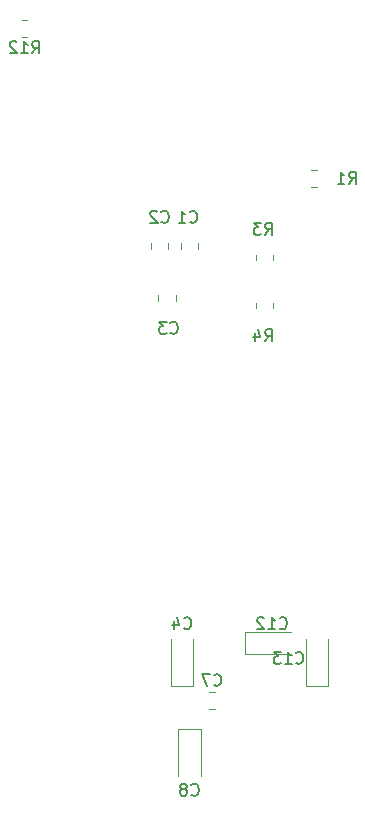
<source format=gbr>
%TF.GenerationSoftware,KiCad,Pcbnew,9.0.2+1*%
%TF.CreationDate,2025-07-26T23:55:51+01:00*%
%TF.ProjectId,ICE40HXDevBoardVGA,49434534-3048-4584-9465-76426f617264,rev?*%
%TF.SameCoordinates,Original*%
%TF.FileFunction,Legend,Bot*%
%TF.FilePolarity,Positive*%
%FSLAX46Y46*%
G04 Gerber Fmt 4.6, Leading zero omitted, Abs format (unit mm)*
G04 Created by KiCad (PCBNEW 9.0.2+1) date 2025-07-26 23:55:51*
%MOMM*%
%LPD*%
G01*
G04 APERTURE LIST*
%ADD10C,0.150000*%
%ADD11C,0.120000*%
G04 APERTURE END LIST*
D10*
X103036666Y-132410580D02*
X103084285Y-132458200D01*
X103084285Y-132458200D02*
X103227142Y-132505819D01*
X103227142Y-132505819D02*
X103322380Y-132505819D01*
X103322380Y-132505819D02*
X103465237Y-132458200D01*
X103465237Y-132458200D02*
X103560475Y-132362961D01*
X103560475Y-132362961D02*
X103608094Y-132267723D01*
X103608094Y-132267723D02*
X103655713Y-132077247D01*
X103655713Y-132077247D02*
X103655713Y-131934390D01*
X103655713Y-131934390D02*
X103608094Y-131743914D01*
X103608094Y-131743914D02*
X103560475Y-131648676D01*
X103560475Y-131648676D02*
X103465237Y-131553438D01*
X103465237Y-131553438D02*
X103322380Y-131505819D01*
X103322380Y-131505819D02*
X103227142Y-131505819D01*
X103227142Y-131505819D02*
X103084285Y-131553438D01*
X103084285Y-131553438D02*
X103036666Y-131601057D01*
X102703332Y-131505819D02*
X102036666Y-131505819D01*
X102036666Y-131505819D02*
X102465237Y-132505819D01*
X108592857Y-127613580D02*
X108640476Y-127661200D01*
X108640476Y-127661200D02*
X108783333Y-127708819D01*
X108783333Y-127708819D02*
X108878571Y-127708819D01*
X108878571Y-127708819D02*
X109021428Y-127661200D01*
X109021428Y-127661200D02*
X109116666Y-127565961D01*
X109116666Y-127565961D02*
X109164285Y-127470723D01*
X109164285Y-127470723D02*
X109211904Y-127280247D01*
X109211904Y-127280247D02*
X109211904Y-127137390D01*
X109211904Y-127137390D02*
X109164285Y-126946914D01*
X109164285Y-126946914D02*
X109116666Y-126851676D01*
X109116666Y-126851676D02*
X109021428Y-126756438D01*
X109021428Y-126756438D02*
X108878571Y-126708819D01*
X108878571Y-126708819D02*
X108783333Y-126708819D01*
X108783333Y-126708819D02*
X108640476Y-126756438D01*
X108640476Y-126756438D02*
X108592857Y-126804057D01*
X107640476Y-127708819D02*
X108211904Y-127708819D01*
X107926190Y-127708819D02*
X107926190Y-126708819D01*
X107926190Y-126708819D02*
X108021428Y-126851676D01*
X108021428Y-126851676D02*
X108116666Y-126946914D01*
X108116666Y-126946914D02*
X108211904Y-126994533D01*
X107259523Y-126804057D02*
X107211904Y-126756438D01*
X107211904Y-126756438D02*
X107116666Y-126708819D01*
X107116666Y-126708819D02*
X106878571Y-126708819D01*
X106878571Y-126708819D02*
X106783333Y-126756438D01*
X106783333Y-126756438D02*
X106735714Y-126804057D01*
X106735714Y-126804057D02*
X106688095Y-126899295D01*
X106688095Y-126899295D02*
X106688095Y-126994533D01*
X106688095Y-126994533D02*
X106735714Y-127137390D01*
X106735714Y-127137390D02*
X107307142Y-127708819D01*
X107307142Y-127708819D02*
X106688095Y-127708819D01*
X107354666Y-103324819D02*
X107687999Y-102848628D01*
X107926094Y-103324819D02*
X107926094Y-102324819D01*
X107926094Y-102324819D02*
X107545142Y-102324819D01*
X107545142Y-102324819D02*
X107449904Y-102372438D01*
X107449904Y-102372438D02*
X107402285Y-102420057D01*
X107402285Y-102420057D02*
X107354666Y-102515295D01*
X107354666Y-102515295D02*
X107354666Y-102658152D01*
X107354666Y-102658152D02*
X107402285Y-102753390D01*
X107402285Y-102753390D02*
X107449904Y-102801009D01*
X107449904Y-102801009D02*
X107545142Y-102848628D01*
X107545142Y-102848628D02*
X107926094Y-102848628D01*
X106497523Y-102658152D02*
X106497523Y-103324819D01*
X106735618Y-102277200D02*
X106973713Y-102991485D01*
X106973713Y-102991485D02*
X106354666Y-102991485D01*
X98591666Y-93196580D02*
X98639285Y-93244200D01*
X98639285Y-93244200D02*
X98782142Y-93291819D01*
X98782142Y-93291819D02*
X98877380Y-93291819D01*
X98877380Y-93291819D02*
X99020237Y-93244200D01*
X99020237Y-93244200D02*
X99115475Y-93148961D01*
X99115475Y-93148961D02*
X99163094Y-93053723D01*
X99163094Y-93053723D02*
X99210713Y-92863247D01*
X99210713Y-92863247D02*
X99210713Y-92720390D01*
X99210713Y-92720390D02*
X99163094Y-92529914D01*
X99163094Y-92529914D02*
X99115475Y-92434676D01*
X99115475Y-92434676D02*
X99020237Y-92339438D01*
X99020237Y-92339438D02*
X98877380Y-92291819D01*
X98877380Y-92291819D02*
X98782142Y-92291819D01*
X98782142Y-92291819D02*
X98639285Y-92339438D01*
X98639285Y-92339438D02*
X98591666Y-92387057D01*
X98210713Y-92387057D02*
X98163094Y-92339438D01*
X98163094Y-92339438D02*
X98067856Y-92291819D01*
X98067856Y-92291819D02*
X97829761Y-92291819D01*
X97829761Y-92291819D02*
X97734523Y-92339438D01*
X97734523Y-92339438D02*
X97686904Y-92387057D01*
X97686904Y-92387057D02*
X97639285Y-92482295D01*
X97639285Y-92482295D02*
X97639285Y-92577533D01*
X97639285Y-92577533D02*
X97686904Y-92720390D01*
X97686904Y-92720390D02*
X98258332Y-93291819D01*
X98258332Y-93291819D02*
X97639285Y-93291819D01*
X87637857Y-78939819D02*
X87971190Y-78463628D01*
X88209285Y-78939819D02*
X88209285Y-77939819D01*
X88209285Y-77939819D02*
X87828333Y-77939819D01*
X87828333Y-77939819D02*
X87733095Y-77987438D01*
X87733095Y-77987438D02*
X87685476Y-78035057D01*
X87685476Y-78035057D02*
X87637857Y-78130295D01*
X87637857Y-78130295D02*
X87637857Y-78273152D01*
X87637857Y-78273152D02*
X87685476Y-78368390D01*
X87685476Y-78368390D02*
X87733095Y-78416009D01*
X87733095Y-78416009D02*
X87828333Y-78463628D01*
X87828333Y-78463628D02*
X88209285Y-78463628D01*
X86685476Y-78939819D02*
X87256904Y-78939819D01*
X86971190Y-78939819D02*
X86971190Y-77939819D01*
X86971190Y-77939819D02*
X87066428Y-78082676D01*
X87066428Y-78082676D02*
X87161666Y-78177914D01*
X87161666Y-78177914D02*
X87256904Y-78225533D01*
X86304523Y-78035057D02*
X86256904Y-77987438D01*
X86256904Y-77987438D02*
X86161666Y-77939819D01*
X86161666Y-77939819D02*
X85923571Y-77939819D01*
X85923571Y-77939819D02*
X85828333Y-77987438D01*
X85828333Y-77987438D02*
X85780714Y-78035057D01*
X85780714Y-78035057D02*
X85733095Y-78130295D01*
X85733095Y-78130295D02*
X85733095Y-78225533D01*
X85733095Y-78225533D02*
X85780714Y-78368390D01*
X85780714Y-78368390D02*
X86352142Y-78939819D01*
X86352142Y-78939819D02*
X85733095Y-78939819D01*
X100496666Y-127613580D02*
X100544285Y-127661200D01*
X100544285Y-127661200D02*
X100687142Y-127708819D01*
X100687142Y-127708819D02*
X100782380Y-127708819D01*
X100782380Y-127708819D02*
X100925237Y-127661200D01*
X100925237Y-127661200D02*
X101020475Y-127565961D01*
X101020475Y-127565961D02*
X101068094Y-127470723D01*
X101068094Y-127470723D02*
X101115713Y-127280247D01*
X101115713Y-127280247D02*
X101115713Y-127137390D01*
X101115713Y-127137390D02*
X101068094Y-126946914D01*
X101068094Y-126946914D02*
X101020475Y-126851676D01*
X101020475Y-126851676D02*
X100925237Y-126756438D01*
X100925237Y-126756438D02*
X100782380Y-126708819D01*
X100782380Y-126708819D02*
X100687142Y-126708819D01*
X100687142Y-126708819D02*
X100544285Y-126756438D01*
X100544285Y-126756438D02*
X100496666Y-126804057D01*
X99639523Y-127042152D02*
X99639523Y-127708819D01*
X99877618Y-126661200D02*
X100115713Y-127375485D01*
X100115713Y-127375485D02*
X99496666Y-127375485D01*
X107354666Y-94307819D02*
X107687999Y-93831628D01*
X107926094Y-94307819D02*
X107926094Y-93307819D01*
X107926094Y-93307819D02*
X107545142Y-93307819D01*
X107545142Y-93307819D02*
X107449904Y-93355438D01*
X107449904Y-93355438D02*
X107402285Y-93403057D01*
X107402285Y-93403057D02*
X107354666Y-93498295D01*
X107354666Y-93498295D02*
X107354666Y-93641152D01*
X107354666Y-93641152D02*
X107402285Y-93736390D01*
X107402285Y-93736390D02*
X107449904Y-93784009D01*
X107449904Y-93784009D02*
X107545142Y-93831628D01*
X107545142Y-93831628D02*
X107926094Y-93831628D01*
X107021332Y-93307819D02*
X106402285Y-93307819D01*
X106402285Y-93307819D02*
X106735618Y-93688771D01*
X106735618Y-93688771D02*
X106592761Y-93688771D01*
X106592761Y-93688771D02*
X106497523Y-93736390D01*
X106497523Y-93736390D02*
X106449904Y-93784009D01*
X106449904Y-93784009D02*
X106402285Y-93879247D01*
X106402285Y-93879247D02*
X106402285Y-94117342D01*
X106402285Y-94117342D02*
X106449904Y-94212580D01*
X106449904Y-94212580D02*
X106497523Y-94260200D01*
X106497523Y-94260200D02*
X106592761Y-94307819D01*
X106592761Y-94307819D02*
X106878475Y-94307819D01*
X106878475Y-94307819D02*
X106973713Y-94260200D01*
X106973713Y-94260200D02*
X107021332Y-94212580D01*
X114466666Y-89989819D02*
X114799999Y-89513628D01*
X115038094Y-89989819D02*
X115038094Y-88989819D01*
X115038094Y-88989819D02*
X114657142Y-88989819D01*
X114657142Y-88989819D02*
X114561904Y-89037438D01*
X114561904Y-89037438D02*
X114514285Y-89085057D01*
X114514285Y-89085057D02*
X114466666Y-89180295D01*
X114466666Y-89180295D02*
X114466666Y-89323152D01*
X114466666Y-89323152D02*
X114514285Y-89418390D01*
X114514285Y-89418390D02*
X114561904Y-89466009D01*
X114561904Y-89466009D02*
X114657142Y-89513628D01*
X114657142Y-89513628D02*
X115038094Y-89513628D01*
X113514285Y-89989819D02*
X114085713Y-89989819D01*
X113799999Y-89989819D02*
X113799999Y-88989819D01*
X113799999Y-88989819D02*
X113895237Y-89132676D01*
X113895237Y-89132676D02*
X113990475Y-89227914D01*
X113990475Y-89227914D02*
X114085713Y-89275533D01*
X99353666Y-102594580D02*
X99401285Y-102642200D01*
X99401285Y-102642200D02*
X99544142Y-102689819D01*
X99544142Y-102689819D02*
X99639380Y-102689819D01*
X99639380Y-102689819D02*
X99782237Y-102642200D01*
X99782237Y-102642200D02*
X99877475Y-102546961D01*
X99877475Y-102546961D02*
X99925094Y-102451723D01*
X99925094Y-102451723D02*
X99972713Y-102261247D01*
X99972713Y-102261247D02*
X99972713Y-102118390D01*
X99972713Y-102118390D02*
X99925094Y-101927914D01*
X99925094Y-101927914D02*
X99877475Y-101832676D01*
X99877475Y-101832676D02*
X99782237Y-101737438D01*
X99782237Y-101737438D02*
X99639380Y-101689819D01*
X99639380Y-101689819D02*
X99544142Y-101689819D01*
X99544142Y-101689819D02*
X99401285Y-101737438D01*
X99401285Y-101737438D02*
X99353666Y-101785057D01*
X99020332Y-101689819D02*
X98401285Y-101689819D01*
X98401285Y-101689819D02*
X98734618Y-102070771D01*
X98734618Y-102070771D02*
X98591761Y-102070771D01*
X98591761Y-102070771D02*
X98496523Y-102118390D01*
X98496523Y-102118390D02*
X98448904Y-102166009D01*
X98448904Y-102166009D02*
X98401285Y-102261247D01*
X98401285Y-102261247D02*
X98401285Y-102499342D01*
X98401285Y-102499342D02*
X98448904Y-102594580D01*
X98448904Y-102594580D02*
X98496523Y-102642200D01*
X98496523Y-102642200D02*
X98591761Y-102689819D01*
X98591761Y-102689819D02*
X98877475Y-102689819D01*
X98877475Y-102689819D02*
X98972713Y-102642200D01*
X98972713Y-102642200D02*
X99020332Y-102594580D01*
X101004666Y-93196580D02*
X101052285Y-93244200D01*
X101052285Y-93244200D02*
X101195142Y-93291819D01*
X101195142Y-93291819D02*
X101290380Y-93291819D01*
X101290380Y-93291819D02*
X101433237Y-93244200D01*
X101433237Y-93244200D02*
X101528475Y-93148961D01*
X101528475Y-93148961D02*
X101576094Y-93053723D01*
X101576094Y-93053723D02*
X101623713Y-92863247D01*
X101623713Y-92863247D02*
X101623713Y-92720390D01*
X101623713Y-92720390D02*
X101576094Y-92529914D01*
X101576094Y-92529914D02*
X101528475Y-92434676D01*
X101528475Y-92434676D02*
X101433237Y-92339438D01*
X101433237Y-92339438D02*
X101290380Y-92291819D01*
X101290380Y-92291819D02*
X101195142Y-92291819D01*
X101195142Y-92291819D02*
X101052285Y-92339438D01*
X101052285Y-92339438D02*
X101004666Y-92387057D01*
X100052285Y-93291819D02*
X100623713Y-93291819D01*
X100337999Y-93291819D02*
X100337999Y-92291819D01*
X100337999Y-92291819D02*
X100433237Y-92434676D01*
X100433237Y-92434676D02*
X100528475Y-92529914D01*
X100528475Y-92529914D02*
X100623713Y-92577533D01*
X101131666Y-141710580D02*
X101179285Y-141758200D01*
X101179285Y-141758200D02*
X101322142Y-141805819D01*
X101322142Y-141805819D02*
X101417380Y-141805819D01*
X101417380Y-141805819D02*
X101560237Y-141758200D01*
X101560237Y-141758200D02*
X101655475Y-141662961D01*
X101655475Y-141662961D02*
X101703094Y-141567723D01*
X101703094Y-141567723D02*
X101750713Y-141377247D01*
X101750713Y-141377247D02*
X101750713Y-141234390D01*
X101750713Y-141234390D02*
X101703094Y-141043914D01*
X101703094Y-141043914D02*
X101655475Y-140948676D01*
X101655475Y-140948676D02*
X101560237Y-140853438D01*
X101560237Y-140853438D02*
X101417380Y-140805819D01*
X101417380Y-140805819D02*
X101322142Y-140805819D01*
X101322142Y-140805819D02*
X101179285Y-140853438D01*
X101179285Y-140853438D02*
X101131666Y-140901057D01*
X100560237Y-141234390D02*
X100655475Y-141186771D01*
X100655475Y-141186771D02*
X100703094Y-141139152D01*
X100703094Y-141139152D02*
X100750713Y-141043914D01*
X100750713Y-141043914D02*
X100750713Y-140996295D01*
X100750713Y-140996295D02*
X100703094Y-140901057D01*
X100703094Y-140901057D02*
X100655475Y-140853438D01*
X100655475Y-140853438D02*
X100560237Y-140805819D01*
X100560237Y-140805819D02*
X100369761Y-140805819D01*
X100369761Y-140805819D02*
X100274523Y-140853438D01*
X100274523Y-140853438D02*
X100226904Y-140901057D01*
X100226904Y-140901057D02*
X100179285Y-140996295D01*
X100179285Y-140996295D02*
X100179285Y-141043914D01*
X100179285Y-141043914D02*
X100226904Y-141139152D01*
X100226904Y-141139152D02*
X100274523Y-141186771D01*
X100274523Y-141186771D02*
X100369761Y-141234390D01*
X100369761Y-141234390D02*
X100560237Y-141234390D01*
X100560237Y-141234390D02*
X100655475Y-141282009D01*
X100655475Y-141282009D02*
X100703094Y-141329628D01*
X100703094Y-141329628D02*
X100750713Y-141424866D01*
X100750713Y-141424866D02*
X100750713Y-141615342D01*
X100750713Y-141615342D02*
X100703094Y-141710580D01*
X100703094Y-141710580D02*
X100655475Y-141758200D01*
X100655475Y-141758200D02*
X100560237Y-141805819D01*
X100560237Y-141805819D02*
X100369761Y-141805819D01*
X100369761Y-141805819D02*
X100274523Y-141758200D01*
X100274523Y-141758200D02*
X100226904Y-141710580D01*
X100226904Y-141710580D02*
X100179285Y-141615342D01*
X100179285Y-141615342D02*
X100179285Y-141424866D01*
X100179285Y-141424866D02*
X100226904Y-141329628D01*
X100226904Y-141329628D02*
X100274523Y-141282009D01*
X100274523Y-141282009D02*
X100369761Y-141234390D01*
X109989857Y-130534580D02*
X110037476Y-130582200D01*
X110037476Y-130582200D02*
X110180333Y-130629819D01*
X110180333Y-130629819D02*
X110275571Y-130629819D01*
X110275571Y-130629819D02*
X110418428Y-130582200D01*
X110418428Y-130582200D02*
X110513666Y-130486961D01*
X110513666Y-130486961D02*
X110561285Y-130391723D01*
X110561285Y-130391723D02*
X110608904Y-130201247D01*
X110608904Y-130201247D02*
X110608904Y-130058390D01*
X110608904Y-130058390D02*
X110561285Y-129867914D01*
X110561285Y-129867914D02*
X110513666Y-129772676D01*
X110513666Y-129772676D02*
X110418428Y-129677438D01*
X110418428Y-129677438D02*
X110275571Y-129629819D01*
X110275571Y-129629819D02*
X110180333Y-129629819D01*
X110180333Y-129629819D02*
X110037476Y-129677438D01*
X110037476Y-129677438D02*
X109989857Y-129725057D01*
X109037476Y-130629819D02*
X109608904Y-130629819D01*
X109323190Y-130629819D02*
X109323190Y-129629819D01*
X109323190Y-129629819D02*
X109418428Y-129772676D01*
X109418428Y-129772676D02*
X109513666Y-129867914D01*
X109513666Y-129867914D02*
X109608904Y-129915533D01*
X108704142Y-129629819D02*
X108085095Y-129629819D01*
X108085095Y-129629819D02*
X108418428Y-130010771D01*
X108418428Y-130010771D02*
X108275571Y-130010771D01*
X108275571Y-130010771D02*
X108180333Y-130058390D01*
X108180333Y-130058390D02*
X108132714Y-130106009D01*
X108132714Y-130106009D02*
X108085095Y-130201247D01*
X108085095Y-130201247D02*
X108085095Y-130439342D01*
X108085095Y-130439342D02*
X108132714Y-130534580D01*
X108132714Y-130534580D02*
X108180333Y-130582200D01*
X108180333Y-130582200D02*
X108275571Y-130629819D01*
X108275571Y-130629819D02*
X108561285Y-130629819D01*
X108561285Y-130629819D02*
X108656523Y-130582200D01*
X108656523Y-130582200D02*
X108704142Y-130534580D01*
D11*
%TO.C,C7*%
X102608748Y-132996000D02*
X103131252Y-132996000D01*
X102608748Y-134466000D02*
X103131252Y-134466000D01*
%TO.C,C12*%
X105640000Y-127970000D02*
X105640000Y-129840000D01*
X105640000Y-129840000D02*
X109550000Y-129840000D01*
X109550000Y-127970000D02*
X105640000Y-127970000D01*
%TO.C,R4*%
X106580000Y-100557064D02*
X106580000Y-100102936D01*
X108050000Y-100557064D02*
X108050000Y-100102936D01*
%TO.C,C2*%
X97690000Y-95511252D02*
X97690000Y-94988748D01*
X99160000Y-95511252D02*
X99160000Y-94988748D01*
%TO.C,R12*%
X87222064Y-76100000D02*
X86767936Y-76100000D01*
X87222064Y-77570000D02*
X86767936Y-77570000D01*
%TO.C,C4*%
X99395000Y-128575000D02*
X99395000Y-132485000D01*
X99395000Y-132485000D02*
X101265000Y-132485000D01*
X101265000Y-132485000D02*
X101265000Y-128575000D01*
%TO.C,R3*%
X106580000Y-96469564D02*
X106580000Y-96015436D01*
X108050000Y-96469564D02*
X108050000Y-96015436D01*
%TO.C,R1*%
X111733064Y-88800000D02*
X111278936Y-88800000D01*
X111733064Y-90270000D02*
X111278936Y-90270000D01*
%TO.C,C3*%
X98325000Y-99956252D02*
X98325000Y-99433748D01*
X99795000Y-99956252D02*
X99795000Y-99433748D01*
%TO.C,C1*%
X100230000Y-95511252D02*
X100230000Y-94988748D01*
X101700000Y-95511252D02*
X101700000Y-94988748D01*
%TO.C,C8*%
X100030000Y-136200000D02*
X100030000Y-140110000D01*
X101900000Y-136200000D02*
X100030000Y-136200000D01*
X101900000Y-140110000D02*
X101900000Y-136200000D01*
%TO.C,C13*%
X110825000Y-128575000D02*
X110825000Y-132485000D01*
X110825000Y-132485000D02*
X112695000Y-132485000D01*
X112695000Y-132485000D02*
X112695000Y-128575000D01*
%TD*%
M02*

</source>
